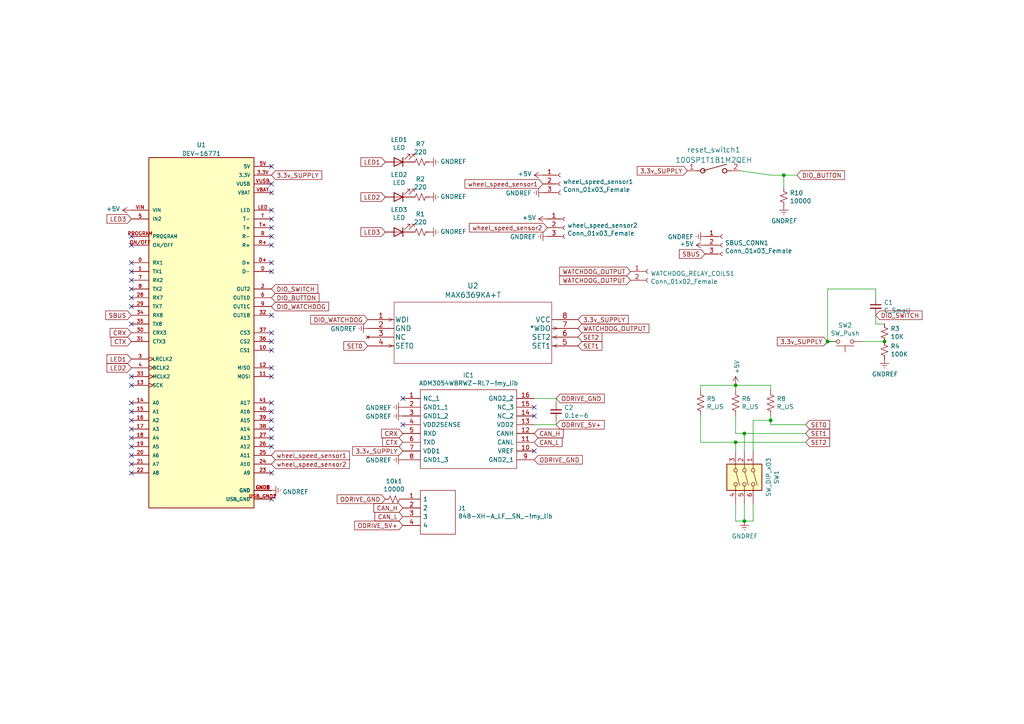
<source format=kicad_sch>
(kicad_sch (version 20211123) (generator eeschema)
  (paper "A4")
  (lib_symbols
    (symbol "ASWITCH:100SP1T1B1M2QEH" (pin_names (offset -1.905) hide)
      (property "Reference" "SW" (at 0 3.81 0))
      (property "Value" "100SP1T1B1M2QEH" (at 0 -3.175 0))
      (symbol "100SP1T1B1M2QEH_1_1"
        (circle (center -3.175 0) (radius 0.635) (stroke (width 0.254)))
        (polyline (pts (xy -5.08 0) (xy -3.81 0)) (stroke (width 0.2032)))
        (polyline (pts (xy -3.175 0) (xy 3.81 1.905)) (stroke (width 0.2032)))
        (polyline (pts (xy 5.08 0) (xy 3.81 0)) (stroke (width 0.2032)))
        (circle (center 3.175 0) (radius 0.635) (stroke (width 0.254)))
        (pin unspecified line (at -7.62 0 0) (length 2.54) (name "1") (number "1"))
        (pin unspecified line (at 7.62 0 180) (length 2.54) (name "2") (number "2"))
      )
    )
    (symbol "Connector:Conn_01x02_Female" (pin_names (offset 1.016) hide)
      (property "Reference" "J" (at 0 2.54 0))
      (property "Value" "Conn_01x02_Female" (at 0 -5.08 0))
      (symbol "Conn_01x02_Female_1_1"
        (arc (start 0 -2.032) (mid -0.508 -2.54) (end 0 -3.048) (stroke (width 0.1524)))
        (polyline (pts (xy -1.27 -2.54) (xy -0.508 -2.54)) (stroke (width 0.1524)))
        (polyline (pts (xy -1.27 0) (xy -0.508 0)) (stroke (width 0.1524)))
        (arc (start 0 0.508) (mid -0.508 0) (end 0 -0.508) (stroke (width 0.1524)))
        (pin passive line (at -5.08 0 0) (length 3.81) (name "Pin_1") (number "1"))
        (pin passive line (at -5.08 -2.54 0) (length 3.81) (name "Pin_2") (number "2"))
      )
    )
    (symbol "Connector:Conn_01x03_Female" (pin_names (offset 1.016) hide)
      (property "Reference" "J" (at 0 5.08 0))
      (property "Value" "Conn_01x03_Female" (at 0 -5.08 0))
      (symbol "Conn_01x03_Female_1_1"
        (arc (start 0 -2.032) (mid -0.508 -2.54) (end 0 -3.048) (stroke (width 0.1524)))
        (polyline (pts (xy -1.27 -2.54) (xy -0.508 -2.54)) (stroke (width 0.1524)))
        (polyline (pts (xy -1.27 0) (xy -0.508 0)) (stroke (width 0.1524)))
        (polyline (pts (xy -1.27 2.54) (xy -0.508 2.54)) (stroke (width 0.1524)))
        (arc (start 0 0.508) (mid -0.508 0) (end 0 -0.508) (stroke (width 0.1524)))
        (arc (start 0 3.048) (mid -0.508 2.54) (end 0 2.032) (stroke (width 0.1524)))
        (pin passive line (at -5.08 2.54 0) (length 3.81) (name "Pin_1") (number "1"))
        (pin passive line (at -5.08 0 0) (length 3.81) (name "Pin_2") (number "2"))
        (pin passive line (at -5.08 -2.54 0) (length 3.81) (name "Pin_3") (number "3"))
      )
    )
    (symbol "Device:C_Small" (pin_numbers hide) (pin_names (offset 0.254) hide)
      (property "Reference" "C" (at 0.254 1.778 0))
      (property "Value" "C_Small" (at 0.254 -2.032 0))
      (symbol "C_Small_0_1"
        (polyline (pts (xy -1.524 -0.508) (xy 1.524 -0.508)) (stroke (width 0.3302)))
        (polyline (pts (xy -1.524 0.508) (xy 1.524 0.508)) (stroke (width 0.3048)))
      )
      (symbol "C_Small_1_1"
        (pin passive line (at 0 2.54 270) (length 2.032) (name "~") (number "1"))
        (pin passive line (at 0 -2.54 90) (length 2.032) (name "~") (number "2"))
      )
    )
    (symbol "Device:LED" (pin_numbers hide) (pin_names (offset 1.016) hide)
      (property "Reference" "D" (at 0 2.54 0))
      (property "Value" "LED" (at 0 -2.54 0))
      (symbol "LED_0_1"
        (polyline (pts (xy -1.27 -1.27) (xy -1.27 1.27)) (stroke (width 0.254)))
        (polyline (pts (xy -1.27 0) (xy 1.27 0)))
        (polyline (pts (xy 1.27 -1.27) (xy 1.27 1.27) (xy -1.27 0) (xy 1.27 -1.27)) (stroke (width 0.254)))
        (polyline (pts (xy -3.048 -0.762) (xy -4.572 -2.286) (xy -3.81 -2.286) (xy -4.572 -2.286) (xy -4.572 -1.524)))
        (polyline (pts (xy -1.778 -0.762) (xy -3.302 -2.286) (xy -2.54 -2.286) (xy -3.302 -2.286) (xy -3.302 -1.524)))
      )
      (symbol "LED_1_1"
        (pin passive line (at -3.81 0 0) (length 2.54) (name "K") (number "1"))
        (pin passive line (at 3.81 0 180) (length 2.54) (name "A") (number "2"))
      )
    )
    (symbol "Device:R_Small_US" (pin_numbers hide) (pin_names (offset 0.254) hide)
      (property "Reference" "R" (at 0.762 0.508 0))
      (property "Value" "R_Small_US" (at 0.762 -1.016 0))
      (symbol "R_Small_US_1_1"
        (polyline (pts (xy 0 0) (xy 1.016 -0.381) (xy 0 -0.762) (xy -1.016 -1.143) (xy 0 -1.524)))
        (polyline (pts (xy 0 1.524) (xy 1.016 1.143) (xy 0 0.762) (xy -1.016 0.381) (xy 0 0)))
        (pin passive line (at 0 2.54 270) (length 1.016) (name "~") (number "1"))
        (pin passive line (at 0 -2.54 90) (length 1.016) (name "~") (number "2"))
      )
    )
    (symbol "Device:R_US" (pin_numbers hide) (pin_names (offset 0))
      (property "Reference" "R" (at 2.54 0 90))
      (property "Value" "R_US" (at -2.54 0 90))
      (symbol "R_US_0_1"
        (polyline (pts (xy 0 -2.286) (xy 0 -2.54)))
        (polyline (pts (xy 0 2.286) (xy 0 2.54)))
        (polyline (pts (xy 0 -0.762) (xy 1.016 -1.143) (xy 0 -1.524) (xy -1.016 -1.905) (xy 0 -2.286)))
        (polyline (pts (xy 0 0.762) (xy 1.016 0.381) (xy 0 0) (xy -1.016 -0.381) (xy 0 -0.762)))
        (polyline (pts (xy 0 2.286) (xy 1.016 1.905) (xy 0 1.524) (xy -1.016 1.143) (xy 0 0.762)))
      )
      (symbol "R_US_1_1"
        (pin passive line (at 0 3.81 270) (length 1.27) (name "~") (number "1"))
        (pin passive line (at 0 -3.81 90) (length 1.27) (name "~") (number "2"))
      )
    )
    (symbol "OLD_VCU_PARTS:ADM3054WBRWZ-RL7-!my_lib" (pin_names (offset 0.762))
      (property "Reference" "IC" (at 34.29 7.62 0))
      (property "Value" "ADM3054WBRWZ-RL7-!my_lib" (at 34.29 5.08 0))
      (symbol "ADM3054WBRWZ-RL7-!my_lib_0_0"
        (pin passive line (at 0 0 0) (length 5.08) (name "NC_1") (number "1"))
        (pin passive line (at 38.1 -15.24 180) (length 5.08) (name "VREF") (number "10"))
        (pin passive line (at 38.1 -12.7 180) (length 5.08) (name "CANL") (number "11"))
        (pin passive line (at 38.1 -10.16 180) (length 5.08) (name "CANH") (number "12"))
        (pin passive line (at 38.1 -7.62 180) (length 5.08) (name "VDD2") (number "13"))
        (pin passive line (at 38.1 -5.08 180) (length 5.08) (name "NC_2") (number "14"))
        (pin passive line (at 38.1 -2.54 180) (length 5.08) (name "NC_3") (number "15"))
        (pin passive line (at 38.1 0 180) (length 5.08) (name "GND2_2") (number "16"))
        (pin passive line (at 0 -2.54 0) (length 5.08) (name "GND1_1") (number "2"))
        (pin passive line (at 0 -5.08 0) (length 5.08) (name "GND1_2") (number "3"))
        (pin passive line (at 0 -7.62 0) (length 5.08) (name "VDD2SENSE") (number "4"))
        (pin passive line (at 0 -10.16 0) (length 5.08) (name "RXD") (number "5"))
        (pin passive line (at 0 -12.7 0) (length 5.08) (name "TXD") (number "6"))
        (pin passive line (at 0 -15.24 0) (length 5.08) (name "VDD1") (number "7"))
        (pin passive line (at 0 -17.78 0) (length 5.08) (name "GND1_3") (number "8"))
        (pin passive line (at 38.1 -17.78 180) (length 5.08) (name "GND2_1") (number "9"))
      )
      (symbol "ADM3054WBRWZ-RL7-!my_lib_0_1"
        (polyline (pts (xy 5.08 2.54) (xy 33.02 2.54) (xy 33.02 -20.32) (xy 5.08 -20.32) (xy 5.08 2.54)) (stroke (width 0.1524)))
      )
    )
    (symbol "OLD_VCU_PARTS:B4B-XH-A_LF__SN_-!my_lib" (pin_names (offset 0.762))
      (property "Reference" "J" (at 16.51 7.62 0))
      (property "Value" "B4B-XH-A_LF__SN_-!my_lib" (at 16.51 5.08 0))
      (symbol "B4B-XH-A_LF__SN_-!my_lib_0_0"
        (pin passive line (at 0 0 0) (length 5.08) (name "1") (number "1"))
        (pin passive line (at 0 -2.54 0) (length 5.08) (name "2") (number "2"))
        (pin passive line (at 0 -5.08 0) (length 5.08) (name "3") (number "3"))
        (pin passive line (at 0 -7.62 0) (length 5.08) (name "4") (number "4"))
      )
      (symbol "B4B-XH-A_LF__SN_-!my_lib_0_1"
        (polyline (pts (xy 5.08 2.54) (xy 15.24 2.54) (xy 15.24 -10.16) (xy 5.08 -10.16) (xy 5.08 2.54)) (stroke (width 0.1524)))
      )
    )
    (symbol "Switch:SW_DIP_x03" (pin_names (offset 0) hide)
      (property "Reference" "SW" (at 0 8.89 0))
      (property "Value" "SW_DIP_x03" (at 0 -3.81 0))
      (symbol "SW_DIP_x03_0_0"
        (circle (center -2.032 0) (radius 0.508))
        (circle (center -2.032 2.54) (radius 0.508))
        (circle (center -2.032 5.08) (radius 0.508))
        (polyline (pts (xy -1.524 0.127) (xy 2.3622 1.1684)))
        (polyline (pts (xy -1.524 2.667) (xy 2.3622 3.7084)))
        (polyline (pts (xy -1.524 5.207) (xy 2.3622 6.2484)))
        (circle (center 2.032 0) (radius 0.508))
        (circle (center 2.032 2.54) (radius 0.508))
        (circle (center 2.032 5.08) (radius 0.508))
      )
      (symbol "SW_DIP_x03_0_1"
        (rectangle (start -3.81 7.62) (end 3.81 -2.54) (stroke (width 0.254)) (fill (type background)))
      )
      (symbol "SW_DIP_x03_1_1"
        (pin passive line (at -7.62 5.08 0) (length 5.08) (name "~") (number "1"))
        (pin passive line (at -7.62 2.54 0) (length 5.08) (name "~") (number "2"))
        (pin passive line (at -7.62 0 0) (length 5.08) (name "~") (number "3"))
        (pin passive line (at 7.62 0 180) (length 5.08) (name "~") (number "4"))
        (pin passive line (at 7.62 2.54 180) (length 5.08) (name "~") (number "5"))
        (pin passive line (at 7.62 5.08 180) (length 5.08) (name "~") (number "6"))
      )
    )
    (symbol "Switch:SW_Push" (pin_numbers hide) (pin_names (offset 1.016) hide)
      (property "Reference" "SW" (at 1.27 2.54 0))
      (property "Value" "SW_Push" (at 0 -1.524 0))
      (symbol "SW_Push_0_1"
        (circle (center -2.032 0) (radius 0.508))
        (polyline (pts (xy 0 1.27) (xy 0 3.048)))
        (polyline (pts (xy 2.54 1.27) (xy -2.54 1.27)))
        (circle (center 2.032 0) (radius 0.508))
        (pin passive line (at -5.08 0 0) (length 2.54) (name "1") (number "1"))
        (pin passive line (at 5.08 0 180) (length 2.54) (name "2") (number "2"))
      )
    )
    (symbol "power:+5V" (power) (pin_names (offset 0))
      (property "Value" "+5V" (at 0 3.556 0))
      (symbol "+5V_0_1"
        (polyline (pts (xy -0.762 1.27) (xy 0 2.54)))
        (polyline (pts (xy 0 0) (xy 0 2.54)))
        (polyline (pts (xy 0 2.54) (xy 0.762 1.27)))
      )
      (symbol "+5V_1_1"
        (pin power_in line (at 0 0 90) (length 0) hide (name "+5V") (number "1"))
      )
    )
    (symbol "power:GNDREF" (power) (pin_names (offset 0))
      (property "Value" "GNDREF" (at 0 -3.81 0))
      (symbol "GNDREF_0_1"
        (polyline (pts (xy -0.635 -1.905) (xy 0.635 -1.905)))
        (polyline (pts (xy -0.127 -2.54) (xy 0.127 -2.54)))
        (polyline (pts (xy 0 -1.27) (xy 0 0)))
        (polyline (pts (xy 1.27 -1.27) (xy -1.27 -1.27)))
      )
      (symbol "GNDREF_1_1"
        (pin power_in line (at 0 0 270) (length 0) hide (name "GNDREF") (number "1"))
      )
    )
    (symbol "teensy_4.1:DEV-16771" (pin_names (offset 1.016))
      (property "Reference" "U" (at -15.24 52.07 0))
      (property "Value" "DEV-16771" (at -15.24 -53.34 0))
      (symbol "DEV-16771_0_0"
        (rectangle (start -15.24 -50.8) (end 15.24 50.8) (stroke (width 0.254)) (fill (type background)))
        (pin bidirectional line (at -20.32 20.32 0) (length 5.08) (name "RX1") (number "0"))
        (pin bidirectional line (at -20.32 17.78 0) (length 5.08) (name "TX1") (number "1"))
        (pin bidirectional line (at 20.32 -5.08 180) (length 5.08) (name "CS1") (number "10"))
        (pin bidirectional line (at 20.32 -12.7 180) (length 5.08) (name "MOSI") (number "11"))
        (pin bidirectional line (at 20.32 -10.16 180) (length 5.08) (name "MISO") (number "12"))
        (pin bidirectional clock (at -20.32 -15.24 0) (length 5.08) (name "SCK") (number "13"))
        (pin bidirectional line (at -20.32 -20.32 0) (length 5.08) (name "A0") (number "14"))
        (pin bidirectional line (at -20.32 -22.86 0) (length 5.08) (name "A1") (number "15"))
        (pin bidirectional line (at -20.32 -25.4 0) (length 5.08) (name "A2") (number "16"))
        (pin bidirectional line (at -20.32 -27.94 0) (length 5.08) (name "A3") (number "17"))
        (pin bidirectional line (at -20.32 -30.48 0) (length 5.08) (name "A4") (number "18"))
        (pin bidirectional line (at -20.32 -33.02 0) (length 5.08) (name "A5") (number "19"))
        (pin output line (at 20.32 12.7 180) (length 5.08) (name "OUT2") (number "2"))
        (pin bidirectional line (at -20.32 -35.56 0) (length 5.08) (name "A6") (number "20"))
        (pin bidirectional line (at -20.32 -38.1 0) (length 5.08) (name "A7") (number "21"))
        (pin bidirectional line (at -20.32 -40.64 0) (length 5.08) (name "A8") (number "22"))
        (pin bidirectional line (at 20.32 -40.64 180) (length 5.08) (name "A9") (number "23"))
        (pin bidirectional line (at 20.32 -38.1 180) (length 5.08) (name "A10") (number "24"))
        (pin bidirectional line (at 20.32 -35.56 180) (length 5.08) (name "A11") (number "25"))
        (pin bidirectional line (at 20.32 -33.02 180) (length 5.08) (name "A12") (number "26"))
        (pin bidirectional line (at 20.32 -30.48 180) (length 5.08) (name "A13") (number "27"))
        (pin bidirectional line (at -20.32 10.16 0) (length 5.08) (name "RX7") (number "28"))
        (pin bidirectional line (at -20.32 7.62 0) (length 5.08) (name "TX7") (number "29"))
        (pin bidirectional clock (at -20.32 -7.62 0) (length 5.08) (name "LRCLK2") (number "3"))
        (pin input line (at 20.32 45.72 180) (length 5.08) (name "3.3V") (number "3.3V"))
        (pin bidirectional line (at -20.32 0 0) (length 5.08) (name "CRX3") (number "30"))
        (pin bidirectional line (at -20.32 -2.54 0) (length 5.08) (name "CTX3") (number "31"))
        (pin output line (at 20.32 5.08 180) (length 5.08) (name "OUT1B") (number "32"))
        (pin bidirectional clock (at -20.32 -12.7 0) (length 5.08) (name "MCLK2") (number "33"))
        (pin bidirectional line (at -20.32 5.08 0) (length 5.08) (name "RX8") (number "34"))
        (pin bidirectional line (at -20.32 2.54 0) (length 5.08) (name "TX8") (number "35"))
        (pin bidirectional line (at 20.32 -2.54 180) (length 5.08) (name "CS2") (number "36"))
        (pin bidirectional line (at 20.32 0 180) (length 5.08) (name "CS3") (number "37"))
        (pin bidirectional line (at 20.32 -27.94 180) (length 5.08) (name "A14") (number "38"))
        (pin bidirectional line (at 20.32 -25.4 180) (length 5.08) (name "A15") (number "39"))
        (pin bidirectional clock (at -20.32 -10.16 0) (length 5.08) (name "BCLK2") (number "4"))
        (pin bidirectional line (at 20.32 -22.86 180) (length 5.08) (name "A16") (number "40"))
        (pin bidirectional line (at 20.32 -20.32 180) (length 5.08) (name "A17") (number "41"))
        (pin bidirectional line (at -20.32 33.02 0) (length 5.08) (name "IN2") (number "5"))
        (pin power_in line (at 20.32 48.26 180) (length 5.08) (name "5V") (number "5V"))
        (pin output line (at 20.32 10.16 180) (length 5.08) (name "OUT1D") (number "6"))
        (pin bidirectional line (at -20.32 15.24 0) (length 5.08) (name "RX2") (number "7"))
        (pin bidirectional line (at -20.32 12.7 0) (length 5.08) (name "TX2") (number "8"))
        (pin output line (at 20.32 7.62 180) (length 5.08) (name "OUT1C") (number "9"))
        (pin bidirectional line (at 20.32 17.78 180) (length 5.08) (name "D-") (number "D"))
        (pin bidirectional line (at 20.32 20.32 180) (length 5.08) (name "D+") (number "D+"))
        (pin power_in line (at 20.32 -45.72 180) (length 5.08) (name "GND") (number "GND1"))
        (pin power_in line (at 20.32 -45.72 180) (length 5.08) (name "GND") (number "GND2"))
        (pin power_in line (at 20.32 -45.72 180) (length 5.08) (name "GND") (number "GND3"))
        (pin power_in line (at 20.32 -45.72 180) (length 5.08) (name "GND") (number "GND4"))
        (pin power_in line (at 20.32 -45.72 180) (length 5.08) (name "GND") (number "GND5"))
        (pin bidirectional line (at 20.32 35.56 180) (length 5.08) (name "LED") (number "LED"))
        (pin bidirectional line (at -20.32 25.4 0) (length 5.08) (name "ON/OFF") (number "ON/OFF"))
        (pin bidirectional line (at -20.32 27.94 0) (length 5.08) (name "PROGRAM") (number "PROGRAM"))
        (pin bidirectional line (at 20.32 27.94 180) (length 5.08) (name "R-") (number "R"))
        (pin bidirectional line (at 20.32 25.4 180) (length 5.08) (name "R+") (number "R+"))
        (pin bidirectional line (at 20.32 33.02 180) (length 5.08) (name "T-") (number "T"))
        (pin bidirectional line (at 20.32 30.48 180) (length 5.08) (name "T+") (number "T+"))
        (pin power_in line (at 20.32 -48.26 180) (length 5.08) (name "USB_GND") (number "USB_GND1"))
        (pin power_in line (at 20.32 -48.26 180) (length 5.08) (name "USB_GND") (number "USB_GND2"))
        (pin passive line (at 20.32 40.64 180) (length 5.08) (name "VBAT") (number "VBAT"))
        (pin input line (at -20.32 35.56 0) (length 5.08) (name "VIN") (number "VIN"))
        (pin passive line (at 20.32 43.18 180) (length 5.08) (name "VUSB") (number "VUSB"))
      )
    )
    (symbol "watchdog:MAX6369KA+T" (pin_names (offset 0.254))
      (property "Reference" "U" (at 30.48 10.16 0))
      (property "Value" "MAX6369KA+T" (at 30.48 7.62 0))
      (symbol "MAX6369KA+T_1_1"
        (polyline (pts (xy 7.112 -7.62) (xy 6.0452 -8.128)) (stroke (width 0.127)))
        (polyline (pts (xy 7.112 -7.62) (xy 6.0452 -7.112)) (stroke (width 0.127)))
        (polyline (pts (xy 7.112 0) (xy 6.0452 -0.508)) (stroke (width 0.127)))
        (polyline (pts (xy 7.112 0) (xy 6.0452 0.508)) (stroke (width 0.127)))
        (polyline (pts (xy 7.62 -12.7) (xy 53.34 -12.7)) (stroke (width 0.127)))
        (polyline (pts (xy 7.62 5.08) (xy 7.62 -12.7)) (stroke (width 0.127)))
        (polyline (pts (xy 53.34 -12.7) (xy 53.34 5.08)) (stroke (width 0.127)))
        (polyline (pts (xy 53.34 5.08) (xy 7.62 5.08)) (stroke (width 0.127)))
        (polyline (pts (xy 53.848 -7.62) (xy 54.9148 -8.128)) (stroke (width 0.127)))
        (polyline (pts (xy 53.848 -7.62) (xy 54.9148 -7.112)) (stroke (width 0.127)))
        (polyline (pts (xy 53.848 -5.08) (xy 54.9148 -5.588)) (stroke (width 0.127)))
        (polyline (pts (xy 53.848 -5.08) (xy 54.9148 -4.572)) (stroke (width 0.127)))
        (polyline (pts (xy 53.848 -3.048) (xy 54.9148 -2.54)) (stroke (width 0.127)))
        (polyline (pts (xy 53.848 -2.032) (xy 54.9148 -2.54)) (stroke (width 0.127)))
        (pin input line (at 0 0 0) (length 7.62) (name "WDI") (number "1"))
        (pin power_in line (at 0 -2.54 0) (length 7.62) (name "GND") (number "2"))
        (pin no_connect line (at 0 -5.08 0) (length 7.62) (name "NC") (number "3"))
        (pin input line (at 0 -7.62 0) (length 7.62) (name "SET0") (number "4"))
        (pin input line (at 60.96 -7.62 180) (length 7.62) (name "SET1") (number "5"))
        (pin input line (at 60.96 -5.08 180) (length 7.62) (name "SET2") (number "6"))
        (pin output line (at 60.96 -2.54 180) (length 7.62) (name "*WDO") (number "7"))
        (pin power_in line (at 60.96 0 180) (length 7.62) (name "VCC") (number "8"))
      )
    )
  )
  (junction (at 215.9 151.13))
  (junction (at 227.33 50.8))
  (junction (at 213.36 111.76))
  (junction (at 215.9 125.73))
  (junction (at 223.52 121.92))
  (junction (at 213.36 128.27))
  (junction (at 256.54 99.06))
  (junction (at 240.03 99.06))
  (no_connect (at 154.94 130.81))
  (no_connect (at 38.1 86.36))
  (no_connect (at 38.1 88.9))
  (no_connect (at 38.1 83.82))
  (no_connect (at 38.1 81.28))
  (no_connect (at 38.1 93.98))
  (no_connect (at 38.1 121.92))
  (no_connect (at 38.1 119.38))
  (no_connect (at 38.1 116.84))
  (no_connect (at 38.1 111.76))
  (no_connect (at 38.1 109.22))
  (no_connect (at 154.94 118.11))
  (no_connect (at 78.74 129.54))
  (no_connect (at 78.74 137.16))
  (no_connect (at 78.74 144.78))
  (no_connect (at 38.1 137.16))
  (no_connect (at 38.1 134.62))
  (no_connect (at 38.1 132.08))
  (no_connect (at 38.1 129.54))
  (no_connect (at 38.1 127))
  (no_connect (at 38.1 124.46))
  (no_connect (at 116.84 123.19))
  (no_connect (at 116.84 115.57))
  (no_connect (at 78.74 55.88))
  (no_connect (at 78.74 48.26))
  (no_connect (at 78.74 53.34))
  (no_connect (at 78.74 60.96))
  (no_connect (at 78.74 63.5))
  (no_connect (at 78.74 66.04))
  (no_connect (at 78.74 68.58))
  (no_connect (at 78.74 71.12))
  (no_connect (at 78.74 76.2))
  (no_connect (at 78.74 78.74))
  (no_connect (at 78.74 91.44))
  (no_connect (at 78.74 96.52))
  (no_connect (at 78.74 99.06))
  (no_connect (at 78.74 101.6))
  (no_connect (at 78.74 106.68))
  (no_connect (at 78.74 109.22))
  (no_connect (at 78.74 116.84))
  (no_connect (at 78.74 119.38))
  (no_connect (at 78.74 121.92))
  (no_connect (at 78.74 124.46))
  (no_connect (at 78.74 127))
  (no_connect (at 38.1 78.74))
  (no_connect (at 38.1 76.2))
  (no_connect (at 38.1 71.12))
  (no_connect (at 38.1 68.58))
  (no_connect (at 154.94 120.65))
  (wire (pts (xy 213.36 111.76) (xy 213.36 113.03)))
  (wire (pts (xy 242.57 99.06) (xy 240.03 99.06)))
  (wire (pts (xy 203.2 120.65) (xy 203.2 128.27)))
  (wire (pts (xy 223.52 121.92) (xy 223.52 123.19)))
  (wire (pts (xy 213.36 146.05) (xy 213.36 151.13)))
  (wire (pts (xy 218.44 121.92) (xy 223.52 121.92)))
  (wire (pts (xy 161.29 123.19) (xy 154.94 123.19)))
  (wire (pts (xy 213.36 125.73) (xy 215.9 125.73)))
  (wire (pts (xy 203.2 111.76) (xy 213.36 111.76)))
  (wire (pts (xy 223.52 120.65) (xy 223.52 121.92)))
  (wire (pts (xy 215.9 146.05) (xy 215.9 151.13)))
  (wire (pts (xy 215.9 130.81) (xy 215.9 125.73)))
  (wire (pts (xy 223.52 113.03) (xy 223.52 111.76)))
  (wire (pts (xy 218.44 130.81) (xy 218.44 121.92)))
  (wire (pts (xy 161.29 121.92) (xy 161.29 123.19)))
  (wire (pts (xy 213.36 120.65) (xy 213.36 125.73)))
  (wire (pts (xy 213.36 151.13) (xy 215.9 151.13)))
  (wire (pts (xy 215.9 125.73) (xy 233.68 125.73)))
  (wire (pts (xy 203.2 128.27) (xy 213.36 128.27)))
  (wire (pts (xy 250.19 99.06) (xy 256.54 99.06)))
  (wire (pts (xy 213.36 130.81) (xy 213.36 128.27)))
  (wire (pts (xy 223.52 50.8) (xy 227.33 50.8)))
  (wire (pts (xy 223.52 123.19) (xy 233.68 123.19)))
  (wire (pts (xy 254 93.98) (xy 256.54 93.98)))
  (wire (pts (xy 240.03 99.06) (xy 240.03 83.82)))
  (wire (pts (xy 154.94 115.57) (xy 161.29 115.57)))
  (wire (pts (xy 161.29 115.57) (xy 161.29 116.84)))
  (wire (pts (xy 218.44 146.05) (xy 218.44 151.13)))
  (wire (pts (xy 227.33 50.8) (xy 231.14 50.8)))
  (wire (pts (xy 254 91.44) (xy 254 93.98)))
  (wire (pts (xy 254 83.82) (xy 254 86.36)))
  (wire (pts (xy 213.36 128.27) (xy 233.68 128.27)))
  (wire (pts (xy 218.44 151.13) (xy 215.9 151.13)))
  (wire (pts (xy 214.63 49.53) (xy 223.52 50.8)))
  (wire (pts (xy 203.2 113.03) (xy 203.2 111.76)))
  (wire (pts (xy 223.52 111.76) (xy 213.36 111.76)))
  (wire (pts (xy 227.33 50.8) (xy 227.33 54.61)))
  (wire (pts (xy 240.03 83.82) (xy 254 83.82)))
  (global_label "WATCHDOG_OUTPUT" (shape input) (at 182.88 81.28 180) (property "Intersheet References" "${INTERSHEET_REFS}" (effects hide)))
  (global_label "CRX" (shape input) (at 116.84 125.73 180) (property "Intersheet References" "${INTERSHEET_REFS}" (effects hide)))
  (global_label "SET0" (shape input) (at 106.68 100.33 180) (property "Intersheet References" "${INTERSHEET_REFS}" (effects hide)))
  (global_label "wheel_speed_sensor1" (shape input) (at 78.74 132.08 0) (property "Intersheet References" "${INTERSHEET_REFS}" (effects hide)))
  (global_label "SET0" (shape input) (at 233.68 123.19 0) (property "Intersheet References" "${INTERSHEET_REFS}" (effects hide)))
  (global_label "LED2" (shape input) (at 111.76 57.15 180) (property "Intersheet References" "${INTERSHEET_REFS}" (effects hide)))
  (global_label "wheel_speed_sensor2" (shape input) (at 78.74 134.62 0) (property "Intersheet References" "${INTERSHEET_REFS}" (effects hide)))
  (global_label "3.3v_SUPPLY" (shape input) (at 199.39 49.53 180) (property "Intersheet References" "${INTERSHEET_REFS}" (effects hide)))
  (global_label "DIO_BUTTON" (shape input) (at 231.14 50.8 0) (property "Intersheet References" "${INTERSHEET_REFS}" (effects hide)))
  (global_label "ODRIVE_5V+" (shape input) (at 116.84 152.4 180) (property "Intersheet References" "${INTERSHEET_REFS}" (effects hide)))
  (global_label "CTX" (shape input) (at 116.84 128.27 180) (property "Intersheet References" "${INTERSHEET_REFS}" (effects hide)))
  (global_label "LED1" (shape input) (at 111.76 46.99 180) (property "Intersheet References" "${INTERSHEET_REFS}" (effects hide)))
  (global_label "SET1" (shape input) (at 233.68 125.73 0) (property "Intersheet References" "${INTERSHEET_REFS}" (effects hide)))
  (global_label "CAN_L" (shape input) (at 154.94 128.27 0) (property "Intersheet References" "${INTERSHEET_REFS}" (effects hide)))
  (global_label "SBUS" (shape input) (at 204.47 73.66 180) (property "Intersheet References" "${INTERSHEET_REFS}" (effects hide)))
  (global_label "LED1" (shape input) (at 38.1 104.14 180) (property "Intersheet References" "${INTERSHEET_REFS}" (effects hide)))
  (global_label "LED2" (shape input) (at 38.1 106.68 180) (property "Intersheet References" "${INTERSHEET_REFS}" (effects hide)))
  (global_label "SET2" (shape input) (at 167.64 97.79 0) (property "Intersheet References" "${INTERSHEET_REFS}" (effects hide)))
  (global_label "WATCHDOG_OUTPUT" (shape input) (at 182.88 78.74 180) (property "Intersheet References" "${INTERSHEET_REFS}" (effects hide)))
  (global_label "CRX" (shape input) (at 38.1 96.52 180) (property "Intersheet References" "${INTERSHEET_REFS}" (effects hide)))
  (global_label "3.3v_SUPPLY" (shape input) (at 78.74 50.8 0) (property "Intersheet References" "${INTERSHEET_REFS}" (effects hide)))
  (global_label "ODRIVE_5V+" (shape input) (at 161.29 123.19 0) (property "Intersheet References" "${INTERSHEET_REFS}" (effects hide)))
  (global_label "CAN_L" (shape input) (at 116.84 149.86 180) (property "Intersheet References" "${INTERSHEET_REFS}" (effects hide)))
  (global_label "DIO_BUTTON" (shape input) (at 78.74 86.36 0) (property "Intersheet References" "${INTERSHEET_REFS}" (effects hide)))
  (global_label "wheel_speed_sensor1" (shape input) (at 157.48 53.34 180) (property "Intersheet References" "${INTERSHEET_REFS}" (effects hide)))
  (global_label "wheel_speed_sensor2" (shape input) (at 158.75 66.04 180) (property "Intersheet References" "${INTERSHEET_REFS}" (effects hide)))
  (global_label "SET2" (shape input) (at 233.68 128.27 0) (property "Intersheet References" "${INTERSHEET_REFS}" (effects hide)))
  (global_label "WATCHDOG_OUTPUT" (shape input) (at 167.64 95.25 0) (property "Intersheet References" "${INTERSHEET_REFS}" (effects hide)))
  (global_label "ODRIVE_GND" (shape input) (at 111.76 144.78 180) (property "Intersheet References" "${INTERSHEET_REFS}" (effects hide)))
  (global_label "DIO_WATCHDOG" (shape input) (at 78.74 88.9 0) (property "Intersheet References" "${INTERSHEET_REFS}" (effects hide)))
  (global_label "LED3" (shape input) (at 38.1 63.5 180) (property "Intersheet References" "${INTERSHEET_REFS}" (effects hide)))
  (global_label "CAN_H" (shape input) (at 116.84 147.32 180) (property "Intersheet References" "${INTERSHEET_REFS}" (effects hide)))
  (global_label "3.3v_SUPPLY" (shape input) (at 240.03 99.06 180) (property "Intersheet References" "${INTERSHEET_REFS}" (effects hide)))
  (global_label "ODRIVE_GND" (shape input) (at 161.29 115.57 0) (property "Intersheet References" "${INTERSHEET_REFS}" (effects hide)))
  (global_label "CTX" (shape input) (at 38.1 99.06 180) (property "Intersheet References" "${INTERSHEET_REFS}" (effects hide)))
  (global_label "DIO_WATCHDOG" (shape input) (at 106.68 92.71 180) (property "Intersheet References" "${INTERSHEET_REFS}" (effects hide)))
  (global_label "SET1" (shape input) (at 167.64 100.33 0) (property "Intersheet References" "${INTERSHEET_REFS}" (effects hide)))
  (global_label "LED3" (shape input) (at 111.76 67.31 180) (property "Intersheet References" "${INTERSHEET_REFS}" (effects hide)))
  (global_label "ODRIVE_GND" (shape input) (at 154.94 133.35 0) (property "Intersheet References" "${INTERSHEET_REFS}" (effects hide)))
  (global_label "CAN_H" (shape input) (at 154.94 125.73 0) (property "Intersheet References" "${INTERSHEET_REFS}" (effects hide)))
  (global_label "DIO_SWITCH" (shape input) (at 78.74 83.82 0) (property "Intersheet References" "${INTERSHEET_REFS}" (effects hide)))
  (global_label "3.3v_SUPPLY" (shape input) (at 167.64 92.71 0) (property "Intersheet References" "${INTERSHEET_REFS}" (effects hide)))
  (global_label "SBUS" (shape input) (at 38.1 91.44 180) (property "Intersheet References" "${INTERSHEET_REFS}" (effects hide)))
  (global_label "3.3v_SUPPLY" (shape input) (at 116.84 130.81 180) (property "Intersheet References" "${INTERSHEET_REFS}" (effects hide)))
  (global_label "DIO_SWITCH" (shape input) (at 254 91.44 0) (property "Intersheet References" "${INTERSHEET_REFS}" (effects hide)))
  (symbol (lib_id "watchdog:MAX6369KA+T") (at 106.68 92.71 0) (unit 1)
    (property "Reference" "U2" (at 137.16 82.8802 0) (effects (font (size 1.524 1.524))))
    (property "Value" "MAX6369KA+T" (at 137.16 85.5726 0) (effects (font (size 1.524 1.524))))
    (property "Footprint" "watchdog:MAX6369KA&plus_T" (effects hide))
  )
  (symbol (lib_id "power:GNDREF") (at 106.68 95.25 270) (unit 1)
    (property "Reference" "#PWR01" (effects hide))
    (property "Value" "GNDREF" (at 103.4288 95.377 90) (effects (justify right)))
  )
  (symbol (lib_id "OLD_VCU_PARTS:ADM3054WBRWZ-RL7-!my_lib") (at 116.84 115.57 0) (unit 1)
    (property "Reference" "IC1" (at 135.89 108.839 0))
    (property "Value" "ADM3054WBRWZ-RL7-!my_lib" (at 135.89 111.1504 0))
    (property "Footprint" "amd:ADM3053BRWZ" (effects hide))
    (property "Datasheet" "https://componentsearchengine.com/Datasheets/1/ADM3054WBRWZ-RL7.pdf" (effects hide))
    (property "Description" "CAN Interface IC 5kVrms Int Signal + Power ISO CAN Xcvr" (effects hide))
    (property "Height" "2.65" (effects hide))
    (property "Manufacturer_Name" "Analog Devices" (effects hide))
    (property "Manufacturer_Part_Number" "ADM3054WBRWZ-RL7" (effects hide))
    (property "Mouser Part Number" "584-ADM3054WBRWZ-RL7" (effects hide))
    (property "Mouser Price/Stock" "https://www.mouser.co.uk/ProductDetail/Analog-Devices/ADM3054WBRWZ-RL7?qs=hpwIUhX6lWyxOIONWK5kPg%3D%3D" (effects hide))
    (property "Arrow Part Number" "ADM3054WBRWZ-RL7" (effects hide))
    (property "Arrow Price/Stock" "https://www.arrow.com/en/products/adm3054wbrwz-rl7/analog-devices" (effects hide))
  )
  (symbol (lib_id "OLD_VCU_PARTS:B4B-XH-A_LF__SN_-!my_lib") (at 116.84 144.78 0) (unit 1)
    (property "Reference" "J1" (at 132.7912 147.4216 0) (effects (justify left)))
    (property "Value" "B4B-XH-A_LF__SN_-!my_lib" (at 132.7912 149.733 0) (effects (justify left)))
    (property "Footprint" "Connector_Molex:Molex_SL_171971-0004_1x04_P2.54mm_Vertical" (effects hide))
    (property "Datasheet" "https://datasheet.lcsc.com/szlcsc/JST-Sales-America-B4B-XH-A-LF-SN_C144395.pdf" (effects hide))
    (property "Description" "CONN HEADER VERT 4POS 2.5MM" (effects hide))
    (property "Height" "7" (effects hide))
    (property "Manufacturer_Name" "JST (JAPAN SOLDERLESS TERMINALS)" (effects hide))
    (property "Manufacturer_Part_Number" "B4B-XH-A(LF)(SN)" (effects hide))
  )
  (symbol (lib_id "Device:LED") (at 115.57 46.99 180) (unit 1)
    (property "Reference" "LED1" (at 115.7478 40.513 0))
    (property "Value" "LED" (at 115.7478 42.8244 0))
    (property "Footprint" "LED_THT:LED_D1.8mm_W1.8mm_H2.4mm_Horizontal_O6.35mm_Z4.9mm" (effects hide))
  )
  (symbol (lib_id "Device:LED") (at 115.57 57.15 180) (unit 1)
    (property "Reference" "LED2" (at 115.7478 50.673 0))
    (property "Value" "LED" (at 115.7478 52.9844 0))
    (property "Footprint" "LED_THT:LED_D1.8mm_W1.8mm_H2.4mm_Horizontal_O6.35mm_Z4.9mm" (effects hide))
  )
  (symbol (lib_id "Device:LED") (at 115.57 67.31 180) (unit 1)
    (property "Reference" "LED3" (at 115.7478 60.833 0))
    (property "Value" "LED" (at 115.7478 63.1444 0))
    (property "Footprint" "LED_THT:LED_D1.8mm_W1.8mm_H2.4mm_Horizontal_O6.35mm_Z4.9mm" (effects hide))
  )
  (symbol (lib_id "power:GNDREF") (at 124.46 46.99 90) (unit 1)
    (property "Reference" "#PWR0102" (effects hide))
    (property "Value" "GNDREF" (at 127.7112 46.863 90) (effects (justify right)))
  )
  (symbol (lib_id "power:GNDREF") (at 124.46 57.15 90) (unit 1)
    (property "Reference" "#PWR0103" (effects hide))
    (property "Value" "GNDREF" (at 127.7112 57.023 90) (effects (justify right)))
  )
  (symbol (lib_id "power:GNDREF") (at 124.46 67.31 90) (unit 1)
    (property "Reference" "#PWR0104" (effects hide))
    (property "Value" "GNDREF" (at 127.7112 67.183 90) (effects (justify right)))
  )
  (symbol (lib_id "power:GNDREF") (at 116.84 133.35 270) (unit 1)
    (property "Reference" "#PWR0105" (effects hide))
    (property "Value" "GNDREF" (at 113.5888 133.477 90) (effects (justify right)))
  )
  (symbol (lib_id "Device:R_Small_US") (at 114.3 144.78 270) (unit 1)
    (property "Reference" "10k1" (at 114.3 139.573 90))
    (property "Value" "10000" (at 114.3 141.8844 90))
    (property "Footprint" "Resistor_THT:R_Axial_DIN0207_L6.3mm_D2.5mm_P7.62mm_Horizontal" (effects hide))
  )
  (symbol (lib_id "Device:R_US") (at 223.52 116.84 0) (unit 1)
    (property "Reference" "R8" (at 225.2472 115.6716 0) (effects (justify left)))
    (property "Value" "R_US" (at 225.2472 117.983 0) (effects (justify left)))
    (property "Footprint" "Resistor_THT:R_Axial_DIN0207_L6.3mm_D2.5mm_P7.62mm_Horizontal" (effects hide))
  )
  (symbol (lib_id "Device:R_US") (at 213.36 116.84 0) (unit 1)
    (property "Reference" "R6" (at 215.0872 115.6716 0) (effects (justify left)))
    (property "Value" "R_US" (at 215.0872 117.983 0) (effects (justify left)))
    (property "Footprint" "Resistor_THT:R_Axial_DIN0207_L6.3mm_D2.5mm_P7.62mm_Horizontal" (effects hide))
  )
  (symbol (lib_id "Device:R_US") (at 203.2 116.84 0) (unit 1)
    (property "Reference" "R5" (at 204.9272 115.6716 0) (effects (justify left)))
    (property "Value" "R_US" (at 204.9272 117.983 0) (effects (justify left)))
    (property "Footprint" "Resistor_THT:R_Axial_DIN0207_L6.3mm_D2.5mm_P7.62mm_Horizontal" (effects hide))
  )
  (symbol (lib_id "Device:R_Small_US") (at 121.92 46.99 270) (unit 1)
    (property "Reference" "R7" (at 121.92 41.783 90))
    (property "Value" "220" (at 121.92 44.0944 90))
    (property "Footprint" "Resistor_THT:R_Axial_DIN0207_L6.3mm_D2.5mm_P7.62mm_Horizontal" (effects hide))
  )
  (symbol (lib_id "Device:R_Small_US") (at 121.92 57.15 270) (unit 1)
    (property "Reference" "R2" (at 121.92 51.943 90))
    (property "Value" "220" (at 121.92 54.2544 90))
    (property "Footprint" "Resistor_THT:R_Axial_DIN0207_L6.3mm_D2.5mm_P7.62mm_Horizontal" (effects hide))
  )
  (symbol (lib_id "Device:R_Small_US") (at 121.92 67.31 270) (unit 1)
    (property "Reference" "R1" (at 121.92 62.103 90))
    (property "Value" "220" (at 121.92 64.4144 90))
    (property "Footprint" "Resistor_THT:R_Axial_DIN0207_L6.3mm_D2.5mm_P7.62mm_Horizontal" (effects hide))
  )
  (symbol (lib_id "power:GNDREF") (at 116.84 118.11 270) (unit 1)
    (property "Reference" "#PWR0106" (effects hide))
    (property "Value" "GNDREF" (at 113.5888 118.237 90) (effects (justify right)))
  )
  (symbol (lib_id "power:GNDREF") (at 215.9 151.13 0) (unit 1)
    (property "Reference" "#PWR0118" (effects hide))
    (property "Value" "GNDREF" (at 216.027 155.5242 0))
  )
  (symbol (lib_id "power:GNDREF") (at 116.84 120.65 270) (unit 1)
    (property "Reference" "#PWR0107" (effects hide))
    (property "Value" "GNDREF" (at 113.5888 120.777 90) (effects (justify right)))
  )
  (symbol (lib_id "Device:C_Small") (at 161.29 119.38 0) (unit 1)
    (property "Reference" "C2" (at 163.6268 118.2116 0) (effects (justify left)))
    (property "Value" "0.1e-6" (at 163.6268 120.523 0) (effects (justify left)))
    (property "Footprint" "Capacitor_THT:C_Rect_L4.0mm_W2.5mm_P2.50mm" (effects hide))
  )
  (symbol (lib_id "Connector:Conn_01x03_Female") (at 162.56 53.34 0) (unit 1)
    (property "Reference" "wheel_speed_sensor1" (at 163.2712 52.6796 0) (effects (justify left)))
    (property "Value" "Conn_01x03_Female" (at 163.2712 54.991 0) (effects (justify left)))
    (property "Footprint" "Connector_Molex:Molex_SL_171971-0003_1x03_P2.54mm_Vertical" (effects hide))
  )
  (symbol (lib_id "Connector:Conn_01x03_Female") (at 163.83 66.04 0) (unit 1)
    (property "Reference" "wheel_speed_sensor2" (at 164.5412 65.3796 0) (effects (justify left)))
    (property "Value" "Conn_01x03_Female" (at 164.5412 67.691 0) (effects (justify left)))
    (property "Footprint" "Connector_Molex:Molex_SL_171971-0003_1x03_P2.54mm_Vertical" (effects hide))
  )
  (symbol (lib_id "power:+5V") (at 157.48 50.8 90) (unit 1)
    (property "Reference" "#PWR0108" (effects hide))
    (property "Value" "+5V" (at 154.2288 50.419 90) (effects (justify left)))
  )
  (symbol (lib_id "power:GNDREF") (at 157.48 55.88 270) (unit 1)
    (property "Reference" "#PWR0109" (effects hide))
    (property "Value" "GNDREF" (at 154.2288 56.007 90) (effects (justify right)))
  )
  (symbol (lib_id "power:+5V") (at 158.75 63.5 90) (unit 1)
    (property "Reference" "#PWR0110" (effects hide))
    (property "Value" "+5V" (at 155.4988 63.119 90) (effects (justify left)))
  )
  (symbol (lib_id "power:GNDREF") (at 158.75 68.58 270) (unit 1)
    (property "Reference" "#PWR0111" (effects hide))
    (property "Value" "GNDREF" (at 155.4988 68.707 90) (effects (justify right)))
  )
  (symbol (lib_id "Switch:SW_DIP_x03") (at 213.36 138.43 270) (unit 1)
    (property "Reference" "SW1" (at 225.2218 138.43 0))
    (property "Value" "SW_DIP_x03" (at 222.9104 138.43 0))
    (property "Footprint" "Button_Switch_THT:SW_DIP_SPSTx03_Piano_10.8x9.18mm_W7.62mm_P2.54mm" (effects hide))
  )
  (symbol (lib_id "power:+5V") (at 213.36 111.76 0) (unit 1)
    (property "Reference" "#PWR0112" (effects hide))
    (property "Value" "+5V" (at 213.741 108.5088 90) (effects (justify left)))
  )
  (symbol (lib_id "Connector:Conn_01x02_Female") (at 187.96 78.74 0) (unit 1)
    (property "Reference" "WATCHDOG_RELAY_COILS1" (at 188.6712 79.3496 0) (effects (justify left)))
    (property "Value" "Conn_01x02_Female" (at 188.6712 81.661 0) (effects (justify left)))
    (property "Footprint" "Connector_Molex:Molex_SL_171971-0002_1x02_P2.54mm_Vertical" (effects hide))
  )
  (symbol (lib_id "power:+5V") (at 38.1 60.96 90) (unit 1)
    (property "Reference" "#PWR0113" (effects hide))
    (property "Value" "+5V" (at 34.8488 60.579 90) (effects (justify left)))
  )
  (symbol (lib_id "Connector:Conn_01x03_Female") (at 209.55 71.12 0) (unit 1)
    (property "Reference" "SBUS_CONN1" (at 210.2612 70.4596 0) (effects (justify left)))
    (property "Value" "Conn_01x03_Female" (at 210.2612 72.771 0) (effects (justify left)))
    (property "Footprint" "Connector_Molex:Molex_SL_171971-0003_1x03_P2.54mm_Vertical" (effects hide))
  )
  (symbol (lib_id "power:+5V") (at 204.47 71.12 90) (unit 1)
    (property "Reference" "#PWR0114" (effects hide))
    (property "Value" "+5V" (at 201.2188 70.739 90) (effects (justify left)))
  )
  (symbol (lib_id "power:GNDREF") (at 204.47 68.58 270) (unit 1)
    (property "Reference" "#PWR0115" (effects hide))
    (property "Value" "GNDREF" (at 201.2188 68.707 90) (effects (justify right)))
  )
  (symbol (lib_id "Device:R_Small_US") (at 227.33 57.15 0) (unit 1)
    (property "Reference" "R10" (at 229.0572 55.9816 0) (effects (justify left)))
    (property "Value" "10000" (at 229.0572 58.293 0) (effects (justify left)))
    (property "Footprint" "Resistor_THT:R_Axial_DIN0207_L6.3mm_D2.5mm_P7.62mm_Horizontal" (effects hide))
  )
  (symbol (lib_id "power:GNDREF") (at 227.33 59.69 0) (unit 1)
    (property "Reference" "#PWR0116" (effects hide))
    (property "Value" "GNDREF" (at 227.457 64.0842 0))
  )
  (symbol (lib_id "Switch:SW_Push") (at 245.11 99.06 180) (unit 1)
    (property "Reference" "SW2" (at 245.11 94.361 0))
    (property "Value" "SW_Push" (at 245.11 96.6724 0))
    (property "Footprint" "Button_Switch_THT:SW_PUSH_6mm_H4.3mm" (effects hide))
  )
  (symbol (lib_id "Device:C_Small") (at 254 88.9 0) (unit 1)
    (property "Reference" "C1" (at 256.3368 87.7316 0) (effects (justify left)))
    (property "Value" "C_Small" (at 256.3368 90.043 0) (effects (justify left)))
    (property "Footprint" "Capacitor_THT:C_Rect_L4.0mm_W2.5mm_P2.50mm" (effects hide))
  )
  (symbol (lib_id "Device:R_Small_US") (at 256.54 96.52 0) (unit 1)
    (property "Reference" "R3" (at 258.2672 95.3516 0) (effects (justify left)))
    (property "Value" "10K" (at 258.2672 97.663 0) (effects (justify left)))
    (property "Footprint" "Resistor_THT:R_Axial_DIN0207_L6.3mm_D2.5mm_P7.62mm_Horizontal" (effects hide))
  )
  (symbol (lib_id "Device:R_Small_US") (at 256.54 101.6 0) (unit 1)
    (property "Reference" "R4" (at 258.2672 100.4316 0) (effects (justify left)))
    (property "Value" "100K" (at 258.2672 102.743 0) (effects (justify left)))
    (property "Footprint" "Resistor_THT:R_Axial_DIN0207_L6.3mm_D2.5mm_P7.62mm_Horizontal" (effects hide))
  )
  (symbol (lib_id "power:GNDREF") (at 256.54 104.14 0) (unit 1)
    (property "Reference" "#PWR0117" (effects hide))
    (property "Value" "GNDREF" (at 256.667 108.5342 0))
  )
  (symbol (lib_id "ASWITCH:100SP1T1B1M2QEH") (at 207.01 49.53 0) (unit 1)
    (property "Reference" "reset_switch1" (at 207.01 43.4393 0) (effects (font (size 1.524 1.524))))
    (property "Value" "100SP1T1B1M2QEH" (at 207.01 46.4327 0) (effects (font (size 1.524 1.524))))
    (property "Footprint" "switch:100SP1T1B1M2QEH" (effects hide))
  )
  (symbol (lib_id "power:GNDREF") (at 78.74 142.24 90) (unit 1)
    (property "Reference" "#PWR?" (effects hide))
    (property "Value" "GNDREF" (at 81.915 142.6738 90) (effects (justify right)))
  )
  (symbol (lib_id "teensy_4.1:DEV-16771") (at 58.42 96.52 0) (unit 1)
    (property "Reference" "U1" (at 58.42 42.0202 0))
    (property "Value" "DEV-16771" (at 58.42 44.5571 0))
    (property "Footprint" "teensy4.1:Teensy41" (effects hide))
    (property "STANDARD" "Manufacturer recommendations" (effects hide))
    (property "PARTREV" "4.1" (effects hide))
    (property "MANUFACTURER" "SparkFun Electronics" (effects hide))
    (property "MAXIMUM_PACKAGE_HEIGHT" "4.07mm" (effects hide))
  )
)
</source>
